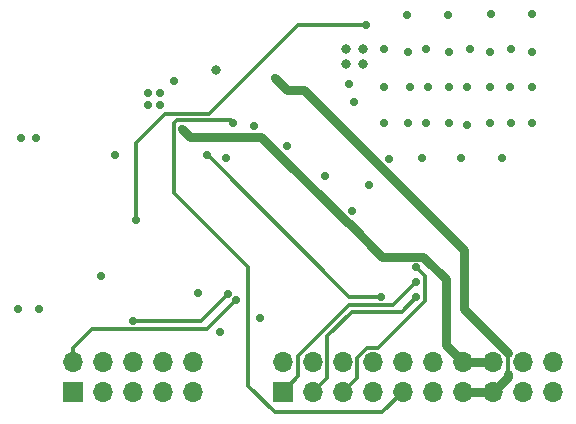
<source format=gbr>
%TF.GenerationSoftware,KiCad,Pcbnew,7.0.9*%
%TF.CreationDate,2024-02-03T21:53:43-08:00*%
%TF.ProjectId,Phorae_v1.0,50686f72-6165-45f7-9631-2e302e6b6963,rev?*%
%TF.SameCoordinates,Original*%
%TF.FileFunction,Copper,L4,Bot*%
%TF.FilePolarity,Positive*%
%FSLAX46Y46*%
G04 Gerber Fmt 4.6, Leading zero omitted, Abs format (unit mm)*
G04 Created by KiCad (PCBNEW 7.0.9) date 2024-02-03 21:53:43*
%MOMM*%
%LPD*%
G01*
G04 APERTURE LIST*
%TA.AperFunction,ComponentPad*%
%ADD10R,1.700000X1.700000*%
%TD*%
%TA.AperFunction,ComponentPad*%
%ADD11O,1.700000X1.700000*%
%TD*%
%TA.AperFunction,ViaPad*%
%ADD12C,0.700000*%
%TD*%
%TA.AperFunction,ViaPad*%
%ADD13C,0.800000*%
%TD*%
%TA.AperFunction,Conductor*%
%ADD14C,0.300000*%
%TD*%
%TA.AperFunction,Conductor*%
%ADD15C,0.750000*%
%TD*%
G04 APERTURE END LIST*
D10*
%TO.P,J4,1,Pin_1*%
%TO.N,MOSI*%
X68670000Y-100290000D03*
D11*
%TO.P,J4,2,Pin_2*%
%TO.N,Net-(J4-Pin_2)*%
X68670000Y-97750000D03*
%TO.P,J4,3,Pin_3*%
%TO.N,MISO*%
X71210000Y-100290000D03*
%TO.P,J4,4,Pin_4*%
%TO.N,Net-(J4-Pin_4)*%
X71210000Y-97750000D03*
%TO.P,J4,5,Pin_5*%
%TO.N,SCK*%
X73750000Y-100290000D03*
%TO.P,J4,6,Pin_6*%
%TO.N,Net-(J4-Pin_6)*%
X73750000Y-97750000D03*
%TO.P,J4,7,Pin_7*%
%TO.N,unconnected-(J4-Pin_7-Pad7)*%
X76290000Y-100290000D03*
%TO.P,J4,8,Pin_8*%
%TO.N,Net-(J4-Pin_8)*%
X76290000Y-97750000D03*
%TO.P,J4,9,Pin_9*%
%TO.N,PROG*%
X78830000Y-100290000D03*
%TO.P,J4,10,Pin_10*%
%TO.N,Net-(J4-Pin_10)*%
X78830000Y-97750000D03*
%TO.P,J4,11,Pin_11*%
%TO.N,unconnected-(J4-Pin_11-Pad11)*%
X81370000Y-100290000D03*
%TO.P,J4,12,Pin_12*%
%TO.N,Net-(J4-Pin_12)*%
X81370000Y-97750000D03*
%TO.P,J4,13,Pin_13*%
%TO.N,+BATT*%
X83910000Y-100290000D03*
%TO.P,J4,14,Pin_14*%
%TO.N,VBUS*%
X83910000Y-97750000D03*
%TO.P,J4,15,Pin_15*%
%TO.N,+BATT*%
X86450000Y-100290000D03*
%TO.P,J4,16,Pin_16*%
%TO.N,VBUS*%
X86450000Y-97750000D03*
%TO.P,J4,17,Pin_17*%
%TO.N,+3.3V*%
X88990000Y-100290000D03*
%TO.P,J4,18,Pin_18*%
%TO.N,GND*%
X88990000Y-97750000D03*
%TO.P,J4,19,Pin_19*%
%TO.N,+3.3V*%
X91530000Y-100290000D03*
%TO.P,J4,20,Pin_20*%
%TO.N,GND*%
X91530000Y-97750000D03*
%TD*%
D10*
%TO.P,J3,1,Pin_1*%
%TO.N,+3.3V*%
X50920000Y-100290000D03*
D11*
%TO.P,J3,2,Pin_2*%
%TO.N,Net-(J3-Pin_2)*%
X50920000Y-97750000D03*
%TO.P,J3,3,Pin_3*%
%TO.N,GND*%
X53460000Y-100290000D03*
%TO.P,J3,4,Pin_4*%
%TO.N,Net-(J3-Pin_4)*%
X53460000Y-97750000D03*
%TO.P,J3,5,Pin_5*%
%TO.N,GND*%
X56000000Y-100290000D03*
%TO.P,J3,6,Pin_6*%
%TO.N,unconnected-(J3-Pin_6-Pad6)*%
X56000000Y-97750000D03*
%TO.P,J3,7,Pin_7*%
%TO.N,unconnected-(J3-Pin_7-Pad7)*%
X58540000Y-100290000D03*
%TO.P,J3,8,Pin_8*%
%TO.N,unconnected-(J3-Pin_8-Pad8)*%
X58540000Y-97750000D03*
%TO.P,J3,9,Pin_9*%
%TO.N,GND*%
X61080000Y-100290000D03*
%TO.P,J3,10,Pin_10*%
%TO.N,Net-(J3-Pin_10)*%
X61080000Y-97750000D03*
%TD*%
D12*
%TO.N,VCC*%
X74750000Y-75750000D03*
X83750000Y-80500000D03*
X84309500Y-74500000D03*
X84309500Y-77650500D03*
X80809500Y-71250000D03*
D13*
X75500000Y-72500000D03*
D12*
X77250000Y-71250000D03*
D13*
X74000000Y-71250000D03*
D12*
X77653721Y-80596279D03*
X87250000Y-80500000D03*
X88000000Y-77500000D03*
X80985378Y-74485378D03*
X87909500Y-74500000D03*
X80500000Y-80500000D03*
X84500000Y-71250000D03*
D13*
X74000000Y-72500000D03*
D12*
X88000000Y-71250000D03*
X77250000Y-74500000D03*
D13*
X75500000Y-71250000D03*
D12*
X80809500Y-77500000D03*
X77250000Y-77500000D03*
%TO.N,LED_D*%
X75750000Y-69250000D03*
X56250000Y-85750000D03*
%TO.N,GND*%
X79410500Y-74500000D03*
X79250000Y-77500000D03*
X47750000Y-78750000D03*
X57250000Y-75000000D03*
X74250000Y-74250000D03*
X82750000Y-71500000D03*
X86250000Y-77500000D03*
X89750000Y-77500000D03*
X79210000Y-68400000D03*
X86250000Y-71500000D03*
D13*
X63000000Y-73000000D03*
D12*
X89750000Y-71500000D03*
X66250000Y-77750000D03*
X61500000Y-91900000D03*
X53250000Y-90500000D03*
X69000000Y-79500000D03*
X46500000Y-78750000D03*
X89750000Y-74500000D03*
X54500000Y-80250000D03*
X58250000Y-75000000D03*
X57250000Y-76000000D03*
X79250000Y-71500000D03*
X46250000Y-93250000D03*
X63900000Y-80500000D03*
X74500000Y-85000000D03*
X66750000Y-94000000D03*
X59500000Y-74000000D03*
X89810000Y-68300000D03*
X48000000Y-93250000D03*
X82750000Y-74500000D03*
X86250000Y-74500000D03*
X86310000Y-68300000D03*
X82750000Y-77500000D03*
X58250000Y-76000000D03*
X82710000Y-68400000D03*
%TO.N,VBUS*%
X60187500Y-78000000D03*
%TO.N,+3.3V*%
X72250000Y-82000000D03*
X63400000Y-95250000D03*
X76000000Y-82750000D03*
%TO.N,Net-(J3-Pin_2)*%
X64750000Y-92500000D03*
%TO.N,Net-(J3-Pin_4)*%
X56000000Y-94250000D03*
X64000000Y-92000000D03*
%TO.N,MOSI*%
X80000000Y-91000000D03*
%TO.N,MISO*%
X77000000Y-92250000D03*
X62300000Y-80250000D03*
X80000000Y-92250000D03*
%TO.N,SCK*%
X80000000Y-89750000D03*
%TO.N,PROG*%
X64500000Y-77500000D03*
%TO.N,+BATT*%
X68000000Y-73750000D03*
%TD*%
D14*
%TO.N,LED_D*%
X58725000Y-76775000D02*
X62475000Y-76775000D01*
X62475000Y-76775000D02*
X70000000Y-69250000D01*
X70000000Y-69250000D02*
X75750000Y-69250000D01*
X56250000Y-85750000D02*
X56250000Y-79250000D01*
X56250000Y-79250000D02*
X58725000Y-76775000D01*
D15*
%TO.N,VBUS*%
X80575000Y-88825000D02*
X82500000Y-90750000D01*
X82500000Y-90750000D02*
X82500000Y-96340000D01*
X74191852Y-86000000D02*
X74250000Y-86000000D01*
X74250000Y-86000000D02*
X77075000Y-88825000D01*
X60187500Y-78000000D02*
X60862500Y-78675000D01*
X83910000Y-97750000D02*
X86450000Y-97750000D01*
X60862500Y-78675000D02*
X66866852Y-78675000D01*
X66866852Y-78675000D02*
X74191852Y-86000000D01*
X77075000Y-88825000D02*
X80575000Y-88825000D01*
X82500000Y-96340000D02*
X83910000Y-97750000D01*
D14*
%TO.N,Net-(J3-Pin_2)*%
X64750000Y-92500000D02*
X62250000Y-95000000D01*
X52500000Y-95000000D02*
X50920000Y-96580000D01*
X62250000Y-95000000D02*
X52500000Y-95000000D01*
X50920000Y-96580000D02*
X50920000Y-97750000D01*
%TO.N,Net-(J3-Pin_4)*%
X64000000Y-92000000D02*
X61750000Y-94250000D01*
X61750000Y-94250000D02*
X56960000Y-94250000D01*
X56960000Y-94250000D02*
X56000000Y-94250000D01*
%TO.N,MOSI*%
X70000000Y-98960000D02*
X68670000Y-100290000D01*
X74300000Y-92950000D02*
X70000000Y-97250000D01*
X78050000Y-92950000D02*
X74300000Y-92950000D01*
X70000000Y-97250000D02*
X70000000Y-98960000D01*
X80000000Y-91000000D02*
X78050000Y-92950000D01*
%TO.N,MISO*%
X78750000Y-93500000D02*
X74500000Y-93500000D01*
X62312499Y-80250000D02*
X74312499Y-92250000D01*
X74500000Y-93500000D02*
X72410000Y-95590000D01*
X72410000Y-95590000D02*
X72410000Y-99090000D01*
X72410000Y-99090000D02*
X71210000Y-100290000D01*
X80000000Y-92250000D02*
X78750000Y-93500000D01*
X62300000Y-80250000D02*
X62312499Y-80250000D01*
X74312499Y-92250000D02*
X77000000Y-92250000D01*
%TO.N,SCK*%
X74950000Y-99090000D02*
X73750000Y-100290000D01*
X80000000Y-89750000D02*
X80700000Y-90450000D01*
X75792943Y-96550000D02*
X74950000Y-97392943D01*
X74950000Y-97392943D02*
X74950000Y-99090000D01*
X80700000Y-92550000D02*
X76700000Y-96550000D01*
X80700000Y-90450000D02*
X80700000Y-92550000D01*
X76700000Y-96550000D02*
X75792943Y-96550000D01*
%TO.N,PROG*%
X59462500Y-77537500D02*
X59462500Y-83462500D01*
X59725000Y-77275000D02*
X59462500Y-77537500D01*
X77120000Y-102000000D02*
X78830000Y-100290000D01*
X64275000Y-77275000D02*
X59725000Y-77275000D01*
X65750000Y-99770000D02*
X67980000Y-102000000D01*
X67980000Y-102000000D02*
X77120000Y-102000000D01*
X59462500Y-83462500D02*
X65750000Y-89750000D01*
X65750000Y-89750000D02*
X65750000Y-99770000D01*
X64500000Y-77500000D02*
X64275000Y-77275000D01*
%TO.N,+BATT*%
X87750000Y-98750000D02*
X87750000Y-97000000D01*
D15*
X83910000Y-100290000D02*
X86450000Y-100290000D01*
X87750000Y-97000000D02*
X84000000Y-93250000D01*
X87750000Y-98990000D02*
X87750000Y-98750000D01*
X84000000Y-88250000D02*
X70500000Y-74750000D01*
X70500000Y-74750000D02*
X69000000Y-74750000D01*
X69000000Y-74750000D02*
X68000000Y-73750000D01*
X86450000Y-100290000D02*
X87750000Y-98990000D01*
X84000000Y-93250000D02*
X84000000Y-88250000D01*
%TD*%
M02*

</source>
